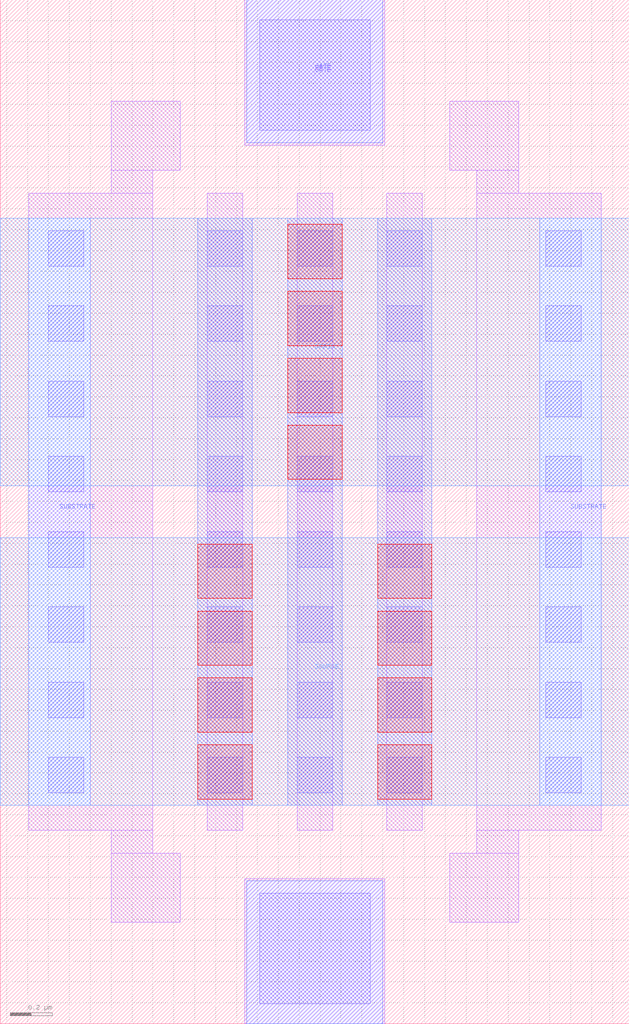
<source format=lef>
# Copyright 2020 The SkyWater PDK Authors
#
# Licensed under the Apache License, Version 2.0 (the "License");
# you may not use this file except in compliance with the License.
# You may obtain a copy of the License at
#
#     https://www.apache.org/licenses/LICENSE-2.0
#
# Unless required by applicable law or agreed to in writing, software
# distributed under the License is distributed on an "AS IS" BASIS,
# WITHOUT WARRANTIES OR CONDITIONS OF ANY KIND, either express or implied.
# See the License for the specific language governing permissions and
# limitations under the License.
#
# SPDX-License-Identifier: Apache-2.0

VERSION 5.7 ;
  NOWIREEXTENSIONATPIN ON ;
  DIVIDERCHAR "/" ;
  BUSBITCHARS "[]" ;
MACRO sky130_fd_pr__rf_nfet_01v8_lvt_bM02W3p00L0p15
  CLASS BLOCK ;
  FOREIGN sky130_fd_pr__rf_nfet_01v8_lvt_bM02W3p00L0p15 ;
  ORIGIN -0.070000  0.000000 ;
  SIZE  3.010000 BY  4.900000 ;
  PIN DRAIN
    ANTENNADIFFAREA  0.842800 ;
    PORT
      LAYER met2 ;
        RECT 0.070000 2.575000 3.080000 3.855000 ;
    END
  END DRAIN
  PIN GATE
    ANTENNAGATEAREA  0.903000 ;
    PORT
      LAYER li1 ;
        RECT 1.240000 0.000000 1.910000 0.695000 ;
        RECT 1.240000 4.205000 1.910000 4.900000 ;
      LAYER mcon ;
        RECT 1.310000 0.095000 1.840000 0.625000 ;
        RECT 1.310000 4.275000 1.840000 4.805000 ;
    END
    PORT
      LAYER met1 ;
        RECT 1.250000 0.000000 1.900000 0.685000 ;
        RECT 1.250000 4.215000 1.900000 4.900000 ;
    END
  END GATE
  PIN SOURCE
    ANTENNADIFFAREA  1.685600 ;
    PORT
      LAYER met2 ;
        RECT 0.070000 1.045000 3.080000 2.325000 ;
    END
  END SOURCE
  PIN SUBSTRATE
    ANTENNADIFFAREA  1.956500 ;
    ANTENNAGATEAREA  0.451500 ;
    PORT
      LAYER met1 ;
        RECT 0.205000 1.045000 0.500000 3.855000 ;
    END
    PORT
      LAYER met1 ;
        RECT 2.650000 1.045000 2.945000 3.855000 ;
    END
  END SUBSTRATE
  OBS
    LAYER li1 ;
      RECT 0.205000 0.925000 0.800000 3.975000 ;
      RECT 0.600000 0.485000 0.930000 0.815000 ;
      RECT 0.600000 0.815000 0.800000 0.925000 ;
      RECT 0.600000 3.975000 0.800000 4.085000 ;
      RECT 0.600000 4.085000 0.930000 4.415000 ;
      RECT 1.060000 0.925000 1.230000 3.975000 ;
      RECT 1.490000 0.925000 1.660000 3.975000 ;
      RECT 1.920000 0.925000 2.090000 3.975000 ;
      RECT 2.220000 0.485000 2.550000 0.815000 ;
      RECT 2.220000 4.085000 2.550000 4.415000 ;
      RECT 2.350000 0.815000 2.550000 0.925000 ;
      RECT 2.350000 0.925000 2.945000 3.975000 ;
      RECT 2.350000 3.975000 2.550000 4.085000 ;
    LAYER mcon ;
      RECT 0.300000 1.105000 0.470000 1.275000 ;
      RECT 0.300000 1.465000 0.470000 1.635000 ;
      RECT 0.300000 1.825000 0.470000 1.995000 ;
      RECT 0.300000 2.185000 0.470000 2.355000 ;
      RECT 0.300000 2.545000 0.470000 2.715000 ;
      RECT 0.300000 2.905000 0.470000 3.075000 ;
      RECT 0.300000 3.265000 0.470000 3.435000 ;
      RECT 0.300000 3.625000 0.470000 3.795000 ;
      RECT 1.060000 1.105000 1.230000 1.275000 ;
      RECT 1.060000 1.465000 1.230000 1.635000 ;
      RECT 1.060000 1.825000 1.230000 1.995000 ;
      RECT 1.060000 2.185000 1.230000 2.355000 ;
      RECT 1.060000 2.545000 1.230000 2.715000 ;
      RECT 1.060000 2.905000 1.230000 3.075000 ;
      RECT 1.060000 3.265000 1.230000 3.435000 ;
      RECT 1.060000 3.625000 1.230000 3.795000 ;
      RECT 1.490000 1.105000 1.660000 1.275000 ;
      RECT 1.490000 1.465000 1.660000 1.635000 ;
      RECT 1.490000 1.825000 1.660000 1.995000 ;
      RECT 1.490000 2.185000 1.660000 2.355000 ;
      RECT 1.490000 2.545000 1.660000 2.715000 ;
      RECT 1.490000 2.905000 1.660000 3.075000 ;
      RECT 1.490000 3.265000 1.660000 3.435000 ;
      RECT 1.490000 3.625000 1.660000 3.795000 ;
      RECT 1.920000 1.105000 2.090000 1.275000 ;
      RECT 1.920000 1.465000 2.090000 1.635000 ;
      RECT 1.920000 1.825000 2.090000 1.995000 ;
      RECT 1.920000 2.185000 2.090000 2.355000 ;
      RECT 1.920000 2.545000 2.090000 2.715000 ;
      RECT 1.920000 2.905000 2.090000 3.075000 ;
      RECT 1.920000 3.265000 2.090000 3.435000 ;
      RECT 1.920000 3.625000 2.090000 3.795000 ;
      RECT 2.680000 1.105000 2.850000 1.275000 ;
      RECT 2.680000 1.465000 2.850000 1.635000 ;
      RECT 2.680000 1.825000 2.850000 1.995000 ;
      RECT 2.680000 2.185000 2.850000 2.355000 ;
      RECT 2.680000 2.545000 2.850000 2.715000 ;
      RECT 2.680000 2.905000 2.850000 3.075000 ;
      RECT 2.680000 3.265000 2.850000 3.435000 ;
      RECT 2.680000 3.625000 2.850000 3.795000 ;
    LAYER met1 ;
      RECT 1.015000 1.045000 1.275000 3.855000 ;
      RECT 1.445000 1.045000 1.705000 3.855000 ;
      RECT 1.875000 1.045000 2.135000 3.855000 ;
    LAYER via ;
      RECT 1.015000 1.075000 1.275000 1.335000 ;
      RECT 1.015000 1.395000 1.275000 1.655000 ;
      RECT 1.015000 1.715000 1.275000 1.975000 ;
      RECT 1.015000 2.035000 1.275000 2.295000 ;
      RECT 1.445000 2.605000 1.705000 2.865000 ;
      RECT 1.445000 2.925000 1.705000 3.185000 ;
      RECT 1.445000 3.245000 1.705000 3.505000 ;
      RECT 1.445000 3.565000 1.705000 3.825000 ;
      RECT 1.875000 1.075000 2.135000 1.335000 ;
      RECT 1.875000 1.395000 2.135000 1.655000 ;
      RECT 1.875000 1.715000 2.135000 1.975000 ;
      RECT 1.875000 2.035000 2.135000 2.295000 ;
  END
END sky130_fd_pr__rf_nfet_01v8_lvt_bM02W3p00L0p15
END LIBRARY

</source>
